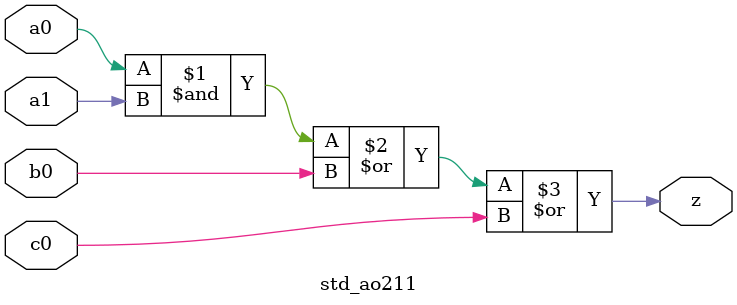
<source format=sv>

module std_ao211 #(parameter DW = 1 ) // array width
(
	input [DW-1:0]  a0,
	input [DW-1:0]  a1,
	input [DW-1:0]  b0,
	input [DW-1:0]  c0, 
	output [DW-1:0] z
);

assign z = (a0 & a1) | b0 | c0;

endmodule

</source>
